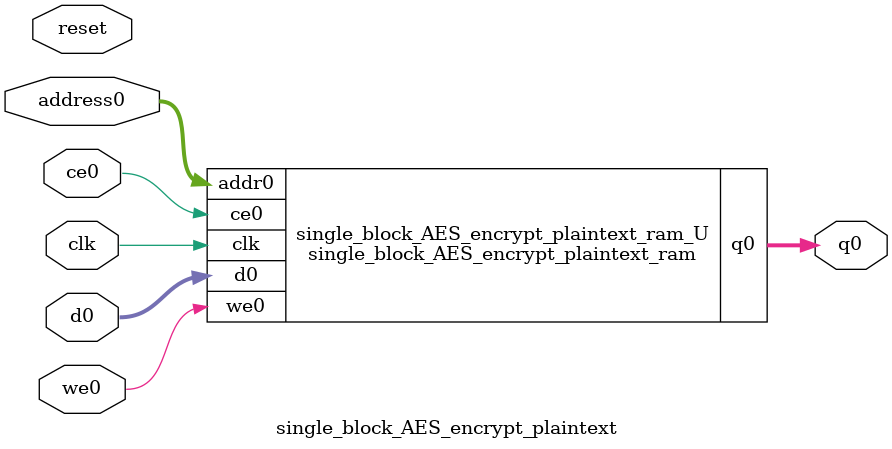
<source format=v>

`timescale 1 ns / 1 ps
module single_block_AES_encrypt_plaintext_ram (addr0, ce0, d0, we0, q0,  clk);

parameter DWIDTH = 8;
parameter AWIDTH = 4;
parameter MEM_SIZE = 16;

input[AWIDTH-1:0] addr0;
input ce0;
input[DWIDTH-1:0] d0;
input we0;
output reg[DWIDTH-1:0] q0;
input clk;

(* ram_style = "distributed" *)reg [DWIDTH-1:0] ram[MEM_SIZE-1:0];




always @(posedge clk)  
begin 
    if (ce0) 
    begin
        if (we0) 
        begin 
            ram[addr0] <= d0; 
            q0 <= d0;
        end 
        else 
            q0 <= ram[addr0];
    end
end


endmodule


`timescale 1 ns / 1 ps
module single_block_AES_encrypt_plaintext(
    reset,
    clk,
    address0,
    ce0,
    we0,
    d0,
    q0);

parameter DataWidth = 32'd8;
parameter AddressRange = 32'd16;
parameter AddressWidth = 32'd4;
input reset;
input clk;
input[AddressWidth - 1:0] address0;
input ce0;
input we0;
input[DataWidth - 1:0] d0;
output[DataWidth - 1:0] q0;



single_block_AES_encrypt_plaintext_ram single_block_AES_encrypt_plaintext_ram_U(
    .clk( clk ),
    .addr0( address0 ),
    .ce0( ce0 ),
    .d0( d0 ),
    .we0( we0 ),
    .q0( q0 ));

endmodule


</source>
